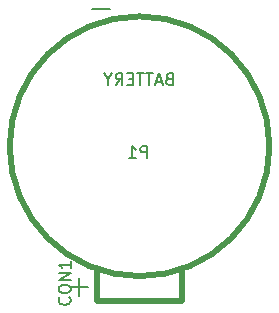
<source format=gbo>
G04 (created by PCBNEW (2013-04-19 BZR 4011)-stable) date 6/9/2013 6:15:15 PM*
%MOIN*%
G04 Gerber Fmt 3.4, Leading zero omitted, Abs format*
%FSLAX34Y34*%
G01*
G70*
G90*
G04 APERTURE LIST*
%ADD10C,0.006*%
%ADD11C,0.02*%
%ADD12C,0.00590551*%
%ADD13R,0.055X0.055*%
%ADD14C,0.055*%
%ADD15R,0.06X0.06*%
%ADD16C,0.06*%
%ADD17C,0.0314961*%
G04 APERTURE END LIST*
G54D10*
G54D11*
X86377Y-48097D02*
X86377Y-47034D01*
X83542Y-48097D02*
X83542Y-47034D01*
X84960Y-48097D02*
X83542Y-48097D01*
X84960Y-48097D02*
X86377Y-48097D01*
X89290Y-42940D02*
G75*
G03X89290Y-42940I-4330J0D01*
G74*
G01*
G54D12*
X82621Y-47978D02*
X82640Y-47996D01*
X82659Y-48053D01*
X82659Y-48090D01*
X82640Y-48146D01*
X82603Y-48184D01*
X82565Y-48203D01*
X82490Y-48221D01*
X82434Y-48221D01*
X82359Y-48203D01*
X82321Y-48184D01*
X82284Y-48146D01*
X82265Y-48090D01*
X82265Y-48053D01*
X82284Y-47996D01*
X82303Y-47978D01*
X82265Y-47734D02*
X82265Y-47659D01*
X82284Y-47621D01*
X82321Y-47584D01*
X82396Y-47565D01*
X82528Y-47565D01*
X82603Y-47584D01*
X82640Y-47621D01*
X82659Y-47659D01*
X82659Y-47734D01*
X82640Y-47771D01*
X82603Y-47809D01*
X82528Y-47828D01*
X82396Y-47828D01*
X82321Y-47809D01*
X82284Y-47771D01*
X82265Y-47734D01*
X82659Y-47396D02*
X82265Y-47396D01*
X82659Y-47171D01*
X82265Y-47171D01*
X82659Y-46778D02*
X82659Y-47003D01*
X82659Y-46890D02*
X82265Y-46890D01*
X82321Y-46928D01*
X82359Y-46965D01*
X82378Y-47003D01*
X85211Y-43335D02*
X85211Y-42941D01*
X85061Y-42941D01*
X85023Y-42960D01*
X85004Y-42979D01*
X84986Y-43016D01*
X84986Y-43073D01*
X85004Y-43110D01*
X85023Y-43129D01*
X85061Y-43148D01*
X85211Y-43148D01*
X84611Y-43335D02*
X84836Y-43335D01*
X84723Y-43335D02*
X84723Y-42941D01*
X84761Y-42998D01*
X84798Y-43035D01*
X84836Y-43054D01*
X85944Y-40693D02*
X85888Y-40711D01*
X85869Y-40730D01*
X85850Y-40768D01*
X85850Y-40824D01*
X85869Y-40861D01*
X85888Y-40880D01*
X85925Y-40899D01*
X86075Y-40899D01*
X86075Y-40505D01*
X85944Y-40505D01*
X85906Y-40524D01*
X85888Y-40543D01*
X85869Y-40580D01*
X85869Y-40618D01*
X85888Y-40655D01*
X85906Y-40674D01*
X85944Y-40693D01*
X86075Y-40693D01*
X85700Y-40786D02*
X85513Y-40786D01*
X85738Y-40899D02*
X85606Y-40505D01*
X85475Y-40899D01*
X85400Y-40505D02*
X85175Y-40505D01*
X85288Y-40899D02*
X85288Y-40505D01*
X85100Y-40505D02*
X84875Y-40505D01*
X84988Y-40899D02*
X84988Y-40505D01*
X84744Y-40693D02*
X84613Y-40693D01*
X84556Y-40899D02*
X84744Y-40899D01*
X84744Y-40505D01*
X84556Y-40505D01*
X84163Y-40899D02*
X84294Y-40711D01*
X84388Y-40899D02*
X84388Y-40505D01*
X84238Y-40505D01*
X84200Y-40524D01*
X84181Y-40543D01*
X84163Y-40580D01*
X84163Y-40636D01*
X84181Y-40674D01*
X84200Y-40693D01*
X84238Y-40711D01*
X84388Y-40711D01*
X83919Y-40711D02*
X83919Y-40899D01*
X84050Y-40505D02*
X83919Y-40711D01*
X83788Y-40505D01*
X83960Y-38352D02*
X83360Y-38352D01*
X83252Y-47643D02*
X82652Y-47643D01*
X82952Y-47943D02*
X82952Y-47343D01*
%LPC*%
G54D13*
X72000Y-44000D03*
G54D14*
X72000Y-43000D03*
X72000Y-42000D03*
X72000Y-41000D03*
G54D15*
X77000Y-40000D03*
G54D16*
X77000Y-39000D03*
X78000Y-40000D03*
X78000Y-39000D03*
X79000Y-40000D03*
X79000Y-39000D03*
X80000Y-40000D03*
X80000Y-39000D03*
X81000Y-40000D03*
X81000Y-39000D03*
G54D14*
X73500Y-39000D03*
X75500Y-39000D03*
X73500Y-42000D03*
X75500Y-42000D03*
G54D16*
X84960Y-39672D03*
X84960Y-47664D03*
X71631Y-46153D03*
X72615Y-46153D03*
X74584Y-46153D03*
X75568Y-46153D03*
X73600Y-48122D03*
G54D17*
X71631Y-48122D03*
X75568Y-48122D03*
X75568Y-49106D03*
X71631Y-49106D03*
X73600Y-46153D03*
M02*

</source>
